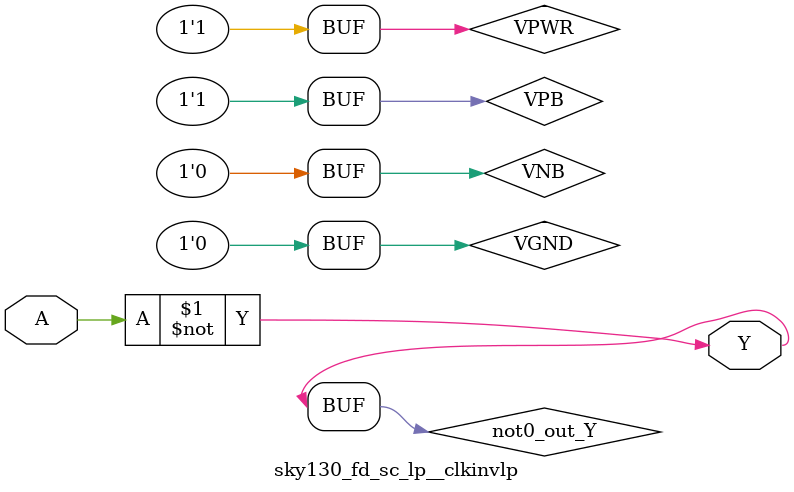
<source format=v>
/*
 * Copyright 2020 The SkyWater PDK Authors
 *
 * Licensed under the Apache License, Version 2.0 (the "License");
 * you may not use this file except in compliance with the License.
 * You may obtain a copy of the License at
 *
 *     https://www.apache.org/licenses/LICENSE-2.0
 *
 * Unless required by applicable law or agreed to in writing, software
 * distributed under the License is distributed on an "AS IS" BASIS,
 * WITHOUT WARRANTIES OR CONDITIONS OF ANY KIND, either express or implied.
 * See the License for the specific language governing permissions and
 * limitations under the License.
 *
 * SPDX-License-Identifier: Apache-2.0
*/


`ifndef SKY130_FD_SC_LP__CLKINVLP_TIMING_V
`define SKY130_FD_SC_LP__CLKINVLP_TIMING_V

/**
 * clkinvlp: Lower power Clock tree inverter.
 *
 * Verilog simulation timing model.
 */

`timescale 1ns / 1ps
`default_nettype none

`celldefine
module sky130_fd_sc_lp__clkinvlp (
    Y,
    A
);

    // Module ports
    output Y;
    input  A;

    // Module supplies
    supply1 VPWR;
    supply0 VGND;
    supply1 VPB ;
    supply0 VNB ;

    // Local signals
    wire not0_out_Y;

    //  Name  Output      Other arguments
    not not0 (not0_out_Y, A              );
    buf buf0 (Y         , not0_out_Y     );

endmodule
`endcelldefine

`default_nettype wire
`endif  // SKY130_FD_SC_LP__CLKINVLP_TIMING_V

</source>
